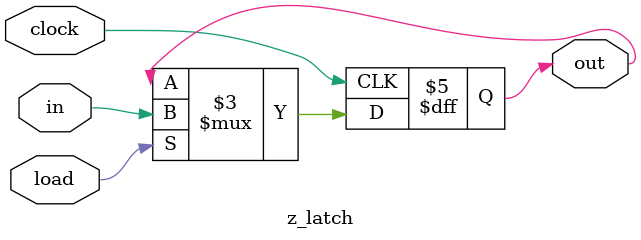
<source format=v>
module z_latch(clock, in, load, out);

	input clock;
	input in;
	input load;
	output reg out;

	always @(posedge clock)
	begin
		if(load == 1)
			out <= in;
	end

endmodule

</source>
